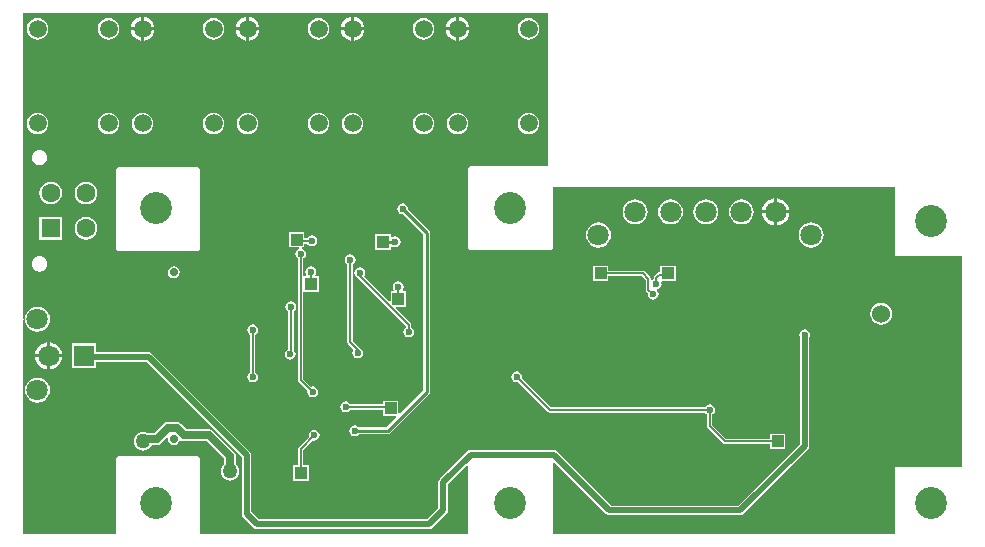
<source format=gbl>
G04*
G04 #@! TF.GenerationSoftware,Altium Limited,Altium Designer,19.1.9 (167)*
G04*
G04 Layer_Physical_Order=2*
G04 Layer_Color=16711680*
%FSLAX25Y25*%
%MOIN*%
G70*
G01*
G75*
%ADD11C,0.01968*%
%ADD13C,0.01000*%
%ADD17C,0.00606*%
%ADD57R,0.03937X0.03937*%
%ADD58C,0.02756*%
%ADD61C,0.07087*%
%ADD62R,0.07087X0.07087*%
%ADD63C,0.06299*%
%ADD64R,0.06299X0.06299*%
%ADD65C,0.06000*%
%ADD66C,0.02756*%
%ADD67C,0.10630*%
%ADD68C,0.05906*%
%ADD69C,0.05000*%
%ADD70C,0.02362*%
G36*
X176369Y124381D02*
X150961D01*
X150531Y124296D01*
X150168Y124053D01*
X149925Y123689D01*
X149839Y123260D01*
Y97276D01*
X149925Y96846D01*
X150168Y96482D01*
X150531Y96239D01*
X150961Y96154D01*
X176945D01*
X177374Y96239D01*
X177738Y96482D01*
X177981Y96846D01*
X178066Y97276D01*
Y117369D01*
X292236D01*
Y94189D01*
X314369D01*
Y23811D01*
X292189D01*
X292000Y23622D01*
Y1631D01*
X178114D01*
Y25327D01*
X178548Y25545D01*
X178596Y25551D01*
X195790Y8358D01*
X196314Y8008D01*
X196932Y7885D01*
X240500D01*
X241118Y8008D01*
X241642Y8358D01*
X263142Y29858D01*
X263492Y30382D01*
X263615Y31000D01*
Y67212D01*
X263678Y67305D01*
X263816Y68000D01*
X263678Y68695D01*
X263284Y69284D01*
X262695Y69678D01*
X262000Y69816D01*
X261305Y69678D01*
X260716Y69284D01*
X260322Y68695D01*
X260184Y68000D01*
X260322Y67305D01*
X260385Y67212D01*
Y31669D01*
X239831Y11115D01*
X197601D01*
X179498Y29219D01*
X178974Y29569D01*
X178355Y29692D01*
X150645D01*
X150026Y29569D01*
X149502Y29219D01*
X140358Y20074D01*
X140008Y19550D01*
X139885Y18932D01*
Y10169D01*
X136274Y6559D01*
X80048D01*
X77615Y8992D01*
Y27911D01*
X77492Y28529D01*
X77142Y29053D01*
X44531Y61664D01*
X44007Y62014D01*
X43389Y62137D01*
X25954D01*
Y65143D01*
X17668D01*
Y56857D01*
X25954D01*
Y58907D01*
X42720D01*
X74385Y27242D01*
Y8322D01*
X74508Y7704D01*
X74858Y7180D01*
X78237Y3801D01*
X78761Y3451D01*
X79379Y3328D01*
X136943D01*
X137562Y3451D01*
X138085Y3801D01*
X142642Y8358D01*
X142992Y8882D01*
X143115Y9500D01*
Y18263D01*
X149424Y24572D01*
X149886Y24381D01*
Y1631D01*
X60614D01*
Y26492D01*
X60528Y26921D01*
X60285Y27285D01*
X59921Y27528D01*
X59492Y27614D01*
X33508D01*
X33079Y27528D01*
X32715Y27285D01*
X32472Y26921D01*
X32386Y26492D01*
Y1631D01*
X1631D01*
Y49465D01*
X2131Y49498D01*
X2172Y49193D01*
X2263Y48501D01*
X2680Y47493D01*
X3344Y46628D01*
X4210Y45963D01*
X5218Y45546D01*
X6299Y45404D01*
X7381Y45546D01*
X8389Y45963D01*
X9254Y46628D01*
X9918Y47493D01*
X10336Y48501D01*
X10478Y49583D01*
X10336Y50664D01*
X9918Y51672D01*
X9254Y52538D01*
X8389Y53202D01*
X7381Y53619D01*
X6299Y53762D01*
X5218Y53619D01*
X4210Y53202D01*
X3344Y52538D01*
X2680Y51672D01*
X2263Y50664D01*
X2172Y49972D01*
X2131Y49667D01*
X1631Y49700D01*
Y73087D01*
X2131Y73120D01*
X2172Y72815D01*
X2263Y72123D01*
X2680Y71115D01*
X3344Y70250D01*
X4210Y69586D01*
X5218Y69168D01*
X6299Y69026D01*
X7381Y69168D01*
X8389Y69586D01*
X9254Y70250D01*
X9918Y71115D01*
X10336Y72123D01*
X10478Y73205D01*
X10336Y74286D01*
X9918Y75294D01*
X9254Y76160D01*
X8389Y76824D01*
X7381Y77241D01*
X6299Y77384D01*
X5218Y77241D01*
X4210Y76824D01*
X3344Y76160D01*
X2680Y75294D01*
X2263Y74286D01*
X2172Y73594D01*
X2131Y73289D01*
X1631Y73322D01*
X1631Y175369D01*
X176369Y175369D01*
Y124381D01*
D02*
G37*
%LPC*%
G36*
X146878Y173921D02*
Y170500D01*
X150299D01*
X150229Y171032D01*
X149831Y171993D01*
X149197Y172819D01*
X148371Y173453D01*
X147410Y173851D01*
X146878Y173921D01*
D02*
G37*
G36*
X111878D02*
Y170500D01*
X115299D01*
X115229Y171032D01*
X114831Y171993D01*
X114197Y172819D01*
X113371Y173453D01*
X112410Y173851D01*
X111878Y173921D01*
D02*
G37*
G36*
X76878D02*
Y170500D01*
X80299D01*
X80229Y171032D01*
X79831Y171993D01*
X79197Y172819D01*
X78371Y173453D01*
X77410Y173851D01*
X76878Y173921D01*
D02*
G37*
G36*
X110878D02*
X110346Y173851D01*
X109385Y173453D01*
X108559Y172819D01*
X107925Y171993D01*
X107527Y171032D01*
X107457Y170500D01*
X110878D01*
Y173921D01*
D02*
G37*
G36*
X145878D02*
X145346Y173851D01*
X144385Y173453D01*
X143559Y172819D01*
X142925Y171993D01*
X142527Y171032D01*
X142457Y170500D01*
X145878D01*
Y173921D01*
D02*
G37*
G36*
X75878D02*
X75346Y173851D01*
X74384Y173453D01*
X73559Y172819D01*
X72925Y171993D01*
X72527Y171032D01*
X72457Y170500D01*
X75878D01*
Y173921D01*
D02*
G37*
G36*
X41878D02*
Y170500D01*
X45299D01*
X45229Y171032D01*
X44831Y171993D01*
X44197Y172819D01*
X43371Y173453D01*
X42410Y173851D01*
X41878Y173921D01*
D02*
G37*
G36*
X40878D02*
X40346Y173851D01*
X39384Y173453D01*
X38559Y172819D01*
X37925Y171993D01*
X37527Y171032D01*
X37457Y170500D01*
X40878D01*
Y173921D01*
D02*
G37*
G36*
X170000Y173583D02*
X169073Y173461D01*
X168208Y173103D01*
X167466Y172534D01*
X166897Y171792D01*
X166539Y170927D01*
X166417Y170000D01*
X166539Y169073D01*
X166897Y168208D01*
X167466Y167466D01*
X168208Y166897D01*
X169073Y166539D01*
X170000Y166417D01*
X170927Y166539D01*
X171792Y166897D01*
X172534Y167466D01*
X173103Y168208D01*
X173461Y169073D01*
X173583Y170000D01*
X173461Y170927D01*
X173103Y171792D01*
X172534Y172534D01*
X171792Y173103D01*
X170927Y173461D01*
X170000Y173583D01*
D02*
G37*
G36*
X135000D02*
X134073Y173461D01*
X133208Y173103D01*
X132466Y172534D01*
X131897Y171792D01*
X131539Y170927D01*
X131417Y170000D01*
X131539Y169073D01*
X131897Y168208D01*
X132466Y167466D01*
X133208Y166897D01*
X134073Y166539D01*
X135000Y166417D01*
X135927Y166539D01*
X136792Y166897D01*
X137534Y167466D01*
X138103Y168208D01*
X138461Y169073D01*
X138583Y170000D01*
X138461Y170927D01*
X138103Y171792D01*
X137534Y172534D01*
X136792Y173103D01*
X135927Y173461D01*
X135000Y173583D01*
D02*
G37*
G36*
X100000D02*
X99073Y173461D01*
X98208Y173103D01*
X97466Y172534D01*
X96897Y171792D01*
X96539Y170927D01*
X96417Y170000D01*
X96539Y169073D01*
X96897Y168208D01*
X97466Y167466D01*
X98208Y166897D01*
X99073Y166539D01*
X100000Y166417D01*
X100927Y166539D01*
X101792Y166897D01*
X102534Y167466D01*
X103103Y168208D01*
X103461Y169073D01*
X103583Y170000D01*
X103461Y170927D01*
X103103Y171792D01*
X102534Y172534D01*
X101792Y173103D01*
X100927Y173461D01*
X100000Y173583D01*
D02*
G37*
G36*
X65000D02*
X64073Y173461D01*
X63208Y173103D01*
X62466Y172534D01*
X61897Y171792D01*
X61539Y170927D01*
X61417Y170000D01*
X61539Y169073D01*
X61897Y168208D01*
X62466Y167466D01*
X63208Y166897D01*
X64073Y166539D01*
X65000Y166417D01*
X65927Y166539D01*
X66792Y166897D01*
X67534Y167466D01*
X68103Y168208D01*
X68461Y169073D01*
X68583Y170000D01*
X68461Y170927D01*
X68103Y171792D01*
X67534Y172534D01*
X66792Y173103D01*
X65927Y173461D01*
X65000Y173583D01*
D02*
G37*
G36*
X30000D02*
X29073Y173461D01*
X28208Y173103D01*
X27466Y172534D01*
X26897Y171792D01*
X26539Y170927D01*
X26417Y170000D01*
X26539Y169073D01*
X26897Y168208D01*
X27466Y167466D01*
X28208Y166897D01*
X29073Y166539D01*
X30000Y166417D01*
X30927Y166539D01*
X31792Y166897D01*
X32534Y167466D01*
X33103Y168208D01*
X33461Y169073D01*
X33583Y170000D01*
X33461Y170927D01*
X33103Y171792D01*
X32534Y172534D01*
X31792Y173103D01*
X30927Y173461D01*
X30000Y173583D01*
D02*
G37*
G36*
X6378D02*
X5451Y173461D01*
X4586Y173103D01*
X3844Y172534D01*
X3275Y171792D01*
X2917Y170927D01*
X2795Y170000D01*
X2917Y169073D01*
X3275Y168208D01*
X3844Y167466D01*
X4586Y166897D01*
X5451Y166539D01*
X6378Y166417D01*
X7305Y166539D01*
X8170Y166897D01*
X8912Y167466D01*
X9481Y168208D01*
X9839Y169073D01*
X9961Y170000D01*
X9839Y170927D01*
X9481Y171792D01*
X8912Y172534D01*
X8170Y173103D01*
X7305Y173461D01*
X6378Y173583D01*
D02*
G37*
G36*
X150299Y169500D02*
X146878D01*
Y166079D01*
X147410Y166149D01*
X148371Y166547D01*
X149197Y167181D01*
X149831Y168007D01*
X150229Y168968D01*
X150299Y169500D01*
D02*
G37*
G36*
X115299D02*
X111878D01*
Y166079D01*
X112410Y166149D01*
X113371Y166547D01*
X114197Y167181D01*
X114831Y168007D01*
X115229Y168968D01*
X115299Y169500D01*
D02*
G37*
G36*
X80299D02*
X76878D01*
Y166079D01*
X77410Y166149D01*
X78371Y166547D01*
X79197Y167181D01*
X79831Y168007D01*
X80229Y168968D01*
X80299Y169500D01*
D02*
G37*
G36*
X45299Y169500D02*
X41878D01*
Y166079D01*
X42410Y166149D01*
X43371Y166547D01*
X44197Y167181D01*
X44831Y168007D01*
X45229Y168968D01*
X45299Y169500D01*
D02*
G37*
G36*
X40878D02*
X37457D01*
X37527Y168968D01*
X37925Y168007D01*
X38559Y167181D01*
X39384Y166547D01*
X40346Y166149D01*
X40878Y166079D01*
Y169500D01*
D02*
G37*
G36*
X145878Y169500D02*
X142457D01*
X142527Y168968D01*
X142925Y168007D01*
X143559Y167181D01*
X144385Y166547D01*
X145346Y166149D01*
X145878Y166079D01*
Y169500D01*
D02*
G37*
G36*
X110878D02*
X107457D01*
X107527Y168968D01*
X107925Y168007D01*
X108559Y167181D01*
X109385Y166547D01*
X110346Y166149D01*
X110878Y166079D01*
Y169500D01*
D02*
G37*
G36*
X75878D02*
X72457D01*
X72527Y168968D01*
X72925Y168007D01*
X73559Y167181D01*
X74384Y166547D01*
X75346Y166149D01*
X75878Y166079D01*
Y169500D01*
D02*
G37*
G36*
X170000Y142087D02*
X169073Y141965D01*
X168208Y141607D01*
X167466Y141038D01*
X166897Y140296D01*
X166539Y139431D01*
X166417Y138504D01*
X166539Y137576D01*
X166897Y136712D01*
X167466Y135970D01*
X168208Y135401D01*
X169073Y135043D01*
X170000Y134921D01*
X170927Y135043D01*
X171792Y135401D01*
X172534Y135970D01*
X173103Y136712D01*
X173461Y137576D01*
X173583Y138504D01*
X173461Y139431D01*
X173103Y140296D01*
X172534Y141038D01*
X171792Y141607D01*
X170927Y141965D01*
X170000Y142087D01*
D02*
G37*
G36*
X146378D02*
X145450Y141965D01*
X144586Y141607D01*
X143844Y141038D01*
X143275Y140296D01*
X142917Y139431D01*
X142795Y138504D01*
X142917Y137576D01*
X143275Y136712D01*
X143844Y135970D01*
X144586Y135401D01*
X145450Y135043D01*
X146378Y134921D01*
X147305Y135043D01*
X148170Y135401D01*
X148912Y135970D01*
X149481Y136712D01*
X149839Y137576D01*
X149961Y138504D01*
X149839Y139431D01*
X149481Y140296D01*
X148912Y141038D01*
X148170Y141607D01*
X147305Y141965D01*
X146378Y142087D01*
D02*
G37*
G36*
X135000D02*
X134073Y141965D01*
X133208Y141607D01*
X132466Y141038D01*
X131897Y140296D01*
X131539Y139431D01*
X131417Y138504D01*
X131539Y137576D01*
X131897Y136712D01*
X132466Y135970D01*
X133208Y135401D01*
X134073Y135043D01*
X135000Y134921D01*
X135927Y135043D01*
X136792Y135401D01*
X137534Y135970D01*
X138103Y136712D01*
X138461Y137576D01*
X138583Y138504D01*
X138461Y139431D01*
X138103Y140296D01*
X137534Y141038D01*
X136792Y141607D01*
X135927Y141965D01*
X135000Y142087D01*
D02*
G37*
G36*
X111378D02*
X110450Y141965D01*
X109586Y141607D01*
X108844Y141038D01*
X108275Y140296D01*
X107917Y139431D01*
X107794Y138504D01*
X107917Y137576D01*
X108275Y136712D01*
X108844Y135970D01*
X109586Y135401D01*
X110450Y135043D01*
X111378Y134921D01*
X112305Y135043D01*
X113170Y135401D01*
X113912Y135970D01*
X114481Y136712D01*
X114839Y137576D01*
X114961Y138504D01*
X114839Y139431D01*
X114481Y140296D01*
X113912Y141038D01*
X113170Y141607D01*
X112305Y141965D01*
X111378Y142087D01*
D02*
G37*
G36*
X100000D02*
X99073Y141965D01*
X98208Y141607D01*
X97466Y141038D01*
X96897Y140296D01*
X96539Y139431D01*
X96417Y138504D01*
X96539Y137576D01*
X96897Y136712D01*
X97466Y135970D01*
X98208Y135401D01*
X99073Y135043D01*
X100000Y134921D01*
X100927Y135043D01*
X101792Y135401D01*
X102534Y135970D01*
X103103Y136712D01*
X103461Y137576D01*
X103583Y138504D01*
X103461Y139431D01*
X103103Y140296D01*
X102534Y141038D01*
X101792Y141607D01*
X100927Y141965D01*
X100000Y142087D01*
D02*
G37*
G36*
X76378D02*
X75450Y141965D01*
X74586Y141607D01*
X73844Y141038D01*
X73275Y140296D01*
X72917Y139431D01*
X72795Y138504D01*
X72917Y137576D01*
X73275Y136712D01*
X73844Y135970D01*
X74586Y135401D01*
X75450Y135043D01*
X76378Y134921D01*
X77305Y135043D01*
X78170Y135401D01*
X78912Y135970D01*
X79481Y136712D01*
X79839Y137576D01*
X79961Y138504D01*
X79839Y139431D01*
X79481Y140296D01*
X78912Y141038D01*
X78170Y141607D01*
X77305Y141965D01*
X76378Y142087D01*
D02*
G37*
G36*
X65000D02*
X64073Y141965D01*
X63208Y141607D01*
X62466Y141038D01*
X61897Y140296D01*
X61539Y139431D01*
X61417Y138504D01*
X61539Y137576D01*
X61897Y136712D01*
X62466Y135970D01*
X63208Y135401D01*
X64073Y135043D01*
X65000Y134921D01*
X65927Y135043D01*
X66792Y135401D01*
X67534Y135970D01*
X68103Y136712D01*
X68461Y137576D01*
X68583Y138504D01*
X68461Y139431D01*
X68103Y140296D01*
X67534Y141038D01*
X66792Y141607D01*
X65927Y141965D01*
X65000Y142087D01*
D02*
G37*
G36*
X41378D02*
X40451Y141965D01*
X39586Y141607D01*
X38844Y141038D01*
X38275Y140296D01*
X37917Y139431D01*
X37795Y138504D01*
X37917Y137576D01*
X38275Y136712D01*
X38844Y135970D01*
X39586Y135401D01*
X40451Y135043D01*
X41378Y134921D01*
X42305Y135043D01*
X43170Y135401D01*
X43912Y135970D01*
X44481Y136712D01*
X44839Y137576D01*
X44961Y138504D01*
X44839Y139431D01*
X44481Y140296D01*
X43912Y141038D01*
X43170Y141607D01*
X42305Y141965D01*
X41378Y142087D01*
D02*
G37*
G36*
X30000D02*
X29073Y141965D01*
X28208Y141607D01*
X27466Y141038D01*
X26897Y140296D01*
X26539Y139431D01*
X26417Y138504D01*
X26539Y137576D01*
X26897Y136712D01*
X27466Y135970D01*
X28208Y135401D01*
X29073Y135043D01*
X30000Y134921D01*
X30927Y135043D01*
X31792Y135401D01*
X32534Y135970D01*
X33103Y136712D01*
X33461Y137576D01*
X33583Y138504D01*
X33461Y139431D01*
X33103Y140296D01*
X32534Y141038D01*
X31792Y141607D01*
X30927Y141965D01*
X30000Y142087D01*
D02*
G37*
G36*
X6378D02*
X5451Y141965D01*
X4586Y141607D01*
X3844Y141038D01*
X3275Y140296D01*
X2917Y139431D01*
X2795Y138504D01*
X2917Y137576D01*
X3275Y136712D01*
X3844Y135970D01*
X4586Y135401D01*
X5451Y135043D01*
X6378Y134921D01*
X7305Y135043D01*
X8170Y135401D01*
X8912Y135970D01*
X9481Y136712D01*
X9839Y137576D01*
X9961Y138504D01*
X9839Y139431D01*
X9481Y140296D01*
X8912Y141038D01*
X8170Y141607D01*
X7305Y141965D01*
X6378Y142087D01*
D02*
G37*
G36*
X6988Y129752D02*
X6307Y129663D01*
X5673Y129400D01*
X5128Y128982D01*
X4710Y128437D01*
X4448Y127803D01*
X4358Y127122D01*
X4448Y126441D01*
X4710Y125807D01*
X5128Y125262D01*
X5673Y124844D01*
X6307Y124581D01*
X6988Y124492D01*
X7669Y124581D01*
X8303Y124844D01*
X8848Y125262D01*
X9266Y125807D01*
X9529Y126441D01*
X9619Y127122D01*
X9529Y127803D01*
X9266Y128437D01*
X8848Y128982D01*
X8303Y129400D01*
X7669Y129663D01*
X6988Y129752D01*
D02*
G37*
G36*
X22500Y119093D02*
X21521Y118964D01*
X20609Y118586D01*
X19826Y117985D01*
X19225Y117202D01*
X18847Y116290D01*
X18718Y115311D01*
X18847Y114332D01*
X19225Y113420D01*
X19826Y112637D01*
X20609Y112036D01*
X21521Y111658D01*
X22500Y111529D01*
X23479Y111658D01*
X24391Y112036D01*
X25174Y112637D01*
X25775Y113420D01*
X26153Y114332D01*
X26282Y115311D01*
X26153Y116290D01*
X25775Y117202D01*
X25174Y117985D01*
X24391Y118586D01*
X23479Y118964D01*
X22500Y119093D01*
D02*
G37*
G36*
X10689D02*
X9710Y118964D01*
X8798Y118586D01*
X8015Y117985D01*
X7414Y117202D01*
X7036Y116290D01*
X6907Y115311D01*
X7036Y114332D01*
X7414Y113420D01*
X8015Y112637D01*
X8798Y112036D01*
X9710Y111658D01*
X10689Y111529D01*
X11668Y111658D01*
X12580Y112036D01*
X13363Y112637D01*
X13964Y113420D01*
X14342Y114332D01*
X14471Y115311D01*
X14342Y116290D01*
X13964Y117202D01*
X13363Y117985D01*
X12580Y118586D01*
X11668Y118964D01*
X10689Y119093D01*
D02*
G37*
G36*
X252850Y113517D02*
Y109500D01*
X256867D01*
X256777Y110186D01*
X256319Y111291D01*
X255591Y112240D01*
X254642Y112969D01*
X253536Y113426D01*
X252850Y113517D01*
D02*
G37*
G36*
X251850Y113517D02*
X251164Y113426D01*
X250059Y112969D01*
X249110Y112240D01*
X248382Y111291D01*
X247924Y110186D01*
X247834Y109500D01*
X251850D01*
Y113517D01*
D02*
G37*
G36*
X240933Y113179D02*
X239851Y113037D01*
X238843Y112619D01*
X237978Y111955D01*
X237314Y111090D01*
X236896Y110082D01*
X236754Y109000D01*
X236896Y107918D01*
X237314Y106911D01*
X237978Y106045D01*
X238843Y105381D01*
X239851Y104963D01*
X240933Y104821D01*
X242015Y104963D01*
X243023Y105381D01*
X243888Y106045D01*
X244552Y106911D01*
X244970Y107918D01*
X245112Y109000D01*
X244970Y110082D01*
X244552Y111090D01*
X243888Y111955D01*
X243023Y112619D01*
X242015Y113037D01*
X240933Y113179D01*
D02*
G37*
G36*
X229122D02*
X228040Y113037D01*
X227032Y112619D01*
X226167Y111955D01*
X225503Y111090D01*
X225085Y110082D01*
X224943Y109000D01*
X225085Y107918D01*
X225503Y106911D01*
X226167Y106045D01*
X227032Y105381D01*
X228040Y104963D01*
X229122Y104821D01*
X230204Y104963D01*
X231212Y105381D01*
X232077Y106045D01*
X232741Y106911D01*
X233159Y107918D01*
X233301Y109000D01*
X233159Y110082D01*
X232741Y111090D01*
X232077Y111955D01*
X231212Y112619D01*
X230204Y113037D01*
X229122Y113179D01*
D02*
G37*
G36*
X217311D02*
X216229Y113037D01*
X215222Y112619D01*
X214356Y111955D01*
X213692Y111090D01*
X213274Y110082D01*
X213132Y109000D01*
X213274Y107918D01*
X213692Y106911D01*
X214356Y106045D01*
X215222Y105381D01*
X216229Y104963D01*
X217311Y104821D01*
X218393Y104963D01*
X219401Y105381D01*
X220266Y106045D01*
X220930Y106911D01*
X221348Y107918D01*
X221490Y109000D01*
X221348Y110082D01*
X220930Y111090D01*
X220266Y111955D01*
X219401Y112619D01*
X218393Y113037D01*
X217311Y113179D01*
D02*
G37*
G36*
X205500D02*
X204418Y113037D01*
X203411Y112619D01*
X202545Y111955D01*
X201881Y111090D01*
X201463Y110082D01*
X201321Y109000D01*
X201463Y107918D01*
X201881Y106911D01*
X202545Y106045D01*
X203411Y105381D01*
X204418Y104963D01*
X205500Y104821D01*
X206582Y104963D01*
X207590Y105381D01*
X208455Y106045D01*
X209119Y106911D01*
X209537Y107918D01*
X209679Y109000D01*
X209537Y110082D01*
X209119Y111090D01*
X208455Y111955D01*
X207590Y112619D01*
X206582Y113037D01*
X205500Y113179D01*
D02*
G37*
G36*
X256867Y108500D02*
X252850D01*
Y104483D01*
X253536Y104574D01*
X254642Y105031D01*
X255591Y105760D01*
X256319Y106709D01*
X256777Y107814D01*
X256867Y108500D01*
D02*
G37*
G36*
X251850D02*
X247834D01*
X247924Y107814D01*
X248382Y106709D01*
X249110Y105760D01*
X250059Y105031D01*
X251164Y104574D01*
X251850Y104483D01*
Y108500D01*
D02*
G37*
G36*
X14439Y107250D02*
X6939D01*
Y99750D01*
X14439D01*
Y107250D01*
D02*
G37*
G36*
X22500Y107282D02*
X21521Y107153D01*
X20609Y106775D01*
X19826Y106174D01*
X19225Y105391D01*
X18847Y104479D01*
X18718Y103500D01*
X18847Y102521D01*
X19225Y101609D01*
X19826Y100826D01*
X20609Y100225D01*
X21521Y99847D01*
X22500Y99718D01*
X23479Y99847D01*
X24391Y100225D01*
X25174Y100826D01*
X25775Y101609D01*
X26153Y102521D01*
X26282Y103500D01*
X26153Y104479D01*
X25775Y105391D01*
X25174Y106174D01*
X24391Y106775D01*
X23479Y107153D01*
X22500Y107282D01*
D02*
G37*
G36*
X95299Y102338D02*
X90162D01*
Y97201D01*
X93372D01*
X93422Y96701D01*
X93305Y96678D01*
X92716Y96284D01*
X92322Y95695D01*
X92184Y95000D01*
X92322Y94305D01*
X92716Y93716D01*
X93079Y93473D01*
Y53000D01*
X93149Y52648D01*
X93349Y52349D01*
X96269Y49428D01*
X96184Y49000D01*
X96322Y48305D01*
X96716Y47716D01*
X97305Y47322D01*
X98000Y47184D01*
X98695Y47322D01*
X99284Y47716D01*
X99678Y48305D01*
X99816Y49000D01*
X99678Y49695D01*
X99284Y50284D01*
X98695Y50678D01*
X98000Y50816D01*
X97571Y50731D01*
X94921Y53381D01*
Y82432D01*
X100002D01*
Y87568D01*
X99220D01*
X98953Y88068D01*
X99111Y88305D01*
X99249Y89000D01*
X99111Y89695D01*
X98717Y90284D01*
X98128Y90678D01*
X97433Y90816D01*
X96738Y90678D01*
X96149Y90284D01*
X95756Y89695D01*
X95617Y89000D01*
X95756Y88305D01*
X95914Y88068D01*
X95646Y87568D01*
X94921D01*
Y93473D01*
X95284Y93716D01*
X95678Y94305D01*
X95816Y95000D01*
X95678Y95695D01*
X95284Y96284D01*
X94695Y96678D01*
X94578Y96701D01*
X94628Y97201D01*
X95299D01*
Y98387D01*
X96208D01*
X96451Y98024D01*
X97040Y97631D01*
X97735Y97492D01*
X98430Y97631D01*
X99019Y98024D01*
X99413Y98613D01*
X99551Y99308D01*
X99413Y100003D01*
X99019Y100592D01*
X98430Y100986D01*
X97735Y101124D01*
X97040Y100986D01*
X96451Y100592D01*
X96208Y100229D01*
X95299D01*
Y102338D01*
D02*
G37*
G36*
X124068Y101568D02*
X118931D01*
Y96431D01*
X124068D01*
Y97213D01*
X124568Y97480D01*
X124805Y97322D01*
X125500Y97184D01*
X126195Y97322D01*
X126784Y97716D01*
X127178Y98305D01*
X127316Y99000D01*
X127178Y99695D01*
X126784Y100284D01*
X126195Y100678D01*
X125500Y100816D01*
X124805Y100678D01*
X124568Y100520D01*
X124068Y100787D01*
Y101568D01*
D02*
G37*
G36*
X264161Y105463D02*
X263080Y105320D01*
X262072Y104903D01*
X261206Y104238D01*
X260542Y103373D01*
X260125Y102365D01*
X259982Y101284D01*
X260125Y100202D01*
X260542Y99194D01*
X261206Y98328D01*
X262072Y97664D01*
X263080Y97247D01*
X264161Y97104D01*
X265243Y97247D01*
X266251Y97664D01*
X267116Y98328D01*
X267781Y99194D01*
X268198Y100202D01*
X268340Y101284D01*
X268198Y102365D01*
X267781Y103373D01*
X267116Y104238D01*
X266251Y104903D01*
X265243Y105320D01*
X264161Y105463D01*
D02*
G37*
G36*
X193295D02*
X192214Y105320D01*
X191206Y104903D01*
X190340Y104238D01*
X189676Y103373D01*
X189259Y102365D01*
X189116Y101284D01*
X189259Y100202D01*
X189676Y99194D01*
X190340Y98328D01*
X191206Y97664D01*
X192214Y97247D01*
X193295Y97104D01*
X194377Y97247D01*
X195385Y97664D01*
X196250Y98328D01*
X196914Y99194D01*
X197332Y100202D01*
X197474Y101284D01*
X197332Y102365D01*
X196914Y103373D01*
X196250Y104238D01*
X195385Y104903D01*
X194377Y105320D01*
X193295Y105463D01*
D02*
G37*
G36*
X59492Y124114D02*
X33508D01*
X33079Y124028D01*
X32715Y123785D01*
X32472Y123421D01*
X32386Y122992D01*
Y97008D01*
X32472Y96579D01*
X32715Y96215D01*
X33079Y95972D01*
X33508Y95886D01*
X59492D01*
X59921Y95972D01*
X60285Y96215D01*
X60528Y96579D01*
X60614Y97008D01*
Y122992D01*
X60528Y123421D01*
X60285Y123785D01*
X59921Y124028D01*
X59492Y124114D01*
D02*
G37*
G36*
X6988Y94319D02*
X6307Y94230D01*
X5673Y93967D01*
X5128Y93549D01*
X4710Y93004D01*
X4447Y92370D01*
X4358Y91689D01*
X4447Y91008D01*
X4710Y90374D01*
X5128Y89829D01*
X5673Y89411D01*
X6307Y89148D01*
X6988Y89059D01*
X7669Y89148D01*
X8303Y89411D01*
X8848Y89829D01*
X9266Y90374D01*
X9529Y91008D01*
X9619Y91689D01*
X9529Y92370D01*
X9266Y93004D01*
X8848Y93549D01*
X8303Y93967D01*
X7669Y94230D01*
X6988Y94319D01*
D02*
G37*
G36*
X51748Y90828D02*
X50976Y90674D01*
X50322Y90237D01*
X49885Y89583D01*
X49731Y88811D01*
X49885Y88039D01*
X50322Y87385D01*
X50976Y86948D01*
X51748Y86794D01*
X52520Y86948D01*
X53174Y87385D01*
X53611Y88039D01*
X53765Y88811D01*
X53611Y89583D01*
X53174Y90237D01*
X52520Y90674D01*
X51748Y90828D01*
D02*
G37*
G36*
X219069Y91069D02*
X213931D01*
Y88921D01*
X213500D01*
X213148Y88851D01*
X212849Y88651D01*
X211939Y87742D01*
X211740Y87443D01*
X211670Y87090D01*
Y86686D01*
X211284Y86422D01*
X210837Y86611D01*
Y86734D01*
X210767Y87086D01*
X210567Y87385D01*
X208801Y89151D01*
X208502Y89351D01*
X208150Y89421D01*
X196569D01*
Y91069D01*
X191431D01*
Y85931D01*
X196569D01*
Y87579D01*
X207768D01*
X208995Y86352D01*
Y83084D01*
X209065Y82732D01*
X209265Y82433D01*
X209769Y81928D01*
X209684Y81500D01*
X209822Y80805D01*
X210216Y80216D01*
X210805Y79822D01*
X211500Y79684D01*
X212195Y79822D01*
X212784Y80216D01*
X213178Y80805D01*
X213316Y81500D01*
X213178Y82195D01*
X212816Y82737D01*
X212856Y82996D01*
X212951Y83274D01*
X213195Y83322D01*
X213784Y83716D01*
X214178Y84305D01*
X214316Y85000D01*
X214230Y85431D01*
X214575Y85931D01*
X219069D01*
Y91069D01*
D02*
G37*
G36*
X287500Y78631D02*
X286560Y78507D01*
X285684Y78145D01*
X284932Y77568D01*
X284355Y76815D01*
X283993Y75940D01*
X283869Y75000D01*
X283993Y74060D01*
X284355Y73185D01*
X284932Y72432D01*
X285684Y71855D01*
X286560Y71493D01*
X287500Y71369D01*
X288440Y71493D01*
X289316Y71855D01*
X290068Y72432D01*
X290645Y73185D01*
X291007Y74060D01*
X291131Y75000D01*
X291007Y75940D01*
X290645Y76815D01*
X290068Y77568D01*
X289316Y78145D01*
X288440Y78507D01*
X287500Y78631D01*
D02*
G37*
G36*
X113750Y90566D02*
X113055Y90428D01*
X112466Y90034D01*
X112072Y89445D01*
X111934Y88750D01*
X112072Y88055D01*
X112466Y87466D01*
X112989Y87117D01*
X113099Y86952D01*
X129057Y70994D01*
X129028Y70493D01*
X128716Y70284D01*
X128322Y69695D01*
X128184Y69000D01*
X128322Y68305D01*
X128716Y67716D01*
X129305Y67322D01*
X130000Y67184D01*
X130695Y67322D01*
X131284Y67716D01*
X131678Y68305D01*
X131816Y69000D01*
X131678Y69695D01*
X131284Y70284D01*
X130921Y70527D01*
Y71353D01*
X130851Y71705D01*
X130651Y72004D01*
X125686Y76970D01*
X125877Y77431D01*
X129136D01*
Y82569D01*
X128354D01*
X128087Y83069D01*
X128245Y83305D01*
X128383Y84000D01*
X128245Y84695D01*
X127851Y85284D01*
X127262Y85678D01*
X126567Y85816D01*
X125872Y85678D01*
X125283Y85284D01*
X124890Y84695D01*
X124751Y84000D01*
X124890Y83305D01*
X125048Y83069D01*
X124780Y82569D01*
X123999D01*
Y79310D01*
X123537Y79118D01*
X115096Y87559D01*
X115428Y88055D01*
X115566Y88750D01*
X115428Y89445D01*
X115034Y90034D01*
X114445Y90428D01*
X113750Y90566D01*
D02*
G37*
G36*
X10500Y65517D02*
Y61500D01*
X14517D01*
X14426Y62186D01*
X13969Y63291D01*
X13240Y64240D01*
X12291Y64969D01*
X11186Y65426D01*
X10500Y65517D01*
D02*
G37*
G36*
X9500D02*
X8814Y65426D01*
X7709Y64969D01*
X6760Y64240D01*
X6031Y63291D01*
X5574Y62186D01*
X5483Y61500D01*
X9500D01*
Y65517D01*
D02*
G37*
G36*
X110500Y94816D02*
X109805Y94678D01*
X109216Y94284D01*
X108822Y93695D01*
X108684Y93000D01*
X108822Y92305D01*
X109216Y91716D01*
X109579Y91473D01*
Y65500D01*
X109649Y65148D01*
X109849Y64849D01*
X111595Y63103D01*
X111322Y62695D01*
X111184Y62000D01*
X111322Y61305D01*
X111716Y60716D01*
X112305Y60322D01*
X113000Y60184D01*
X113695Y60322D01*
X114284Y60716D01*
X114678Y61305D01*
X114816Y62000D01*
X114678Y62695D01*
X114284Y63284D01*
X113695Y63678D01*
X113607Y63695D01*
X111421Y65881D01*
Y91473D01*
X111784Y91716D01*
X112178Y92305D01*
X112316Y93000D01*
X112178Y93695D01*
X111784Y94284D01*
X111195Y94678D01*
X110500Y94816D01*
D02*
G37*
G36*
X90745Y79161D02*
X90050Y79023D01*
X89461Y78629D01*
X89067Y78040D01*
X88929Y77345D01*
X89067Y76650D01*
X89461Y76061D01*
X89824Y75818D01*
Y63182D01*
X89805Y63178D01*
X89216Y62784D01*
X88822Y62195D01*
X88684Y61500D01*
X88822Y60805D01*
X89216Y60216D01*
X89805Y59822D01*
X90500Y59684D01*
X91195Y59822D01*
X91784Y60216D01*
X92178Y60805D01*
X92316Y61500D01*
X92178Y62195D01*
X91784Y62784D01*
X91666Y62863D01*
Y75818D01*
X92029Y76061D01*
X92423Y76650D01*
X92561Y77345D01*
X92423Y78040D01*
X92029Y78629D01*
X91440Y79023D01*
X90745Y79161D01*
D02*
G37*
G36*
X14517Y60500D02*
X10500D01*
Y56483D01*
X11186Y56574D01*
X12291Y57031D01*
X13240Y57760D01*
X13969Y58709D01*
X14426Y59814D01*
X14517Y60500D01*
D02*
G37*
G36*
X9500D02*
X5483D01*
X5574Y59814D01*
X6031Y58709D01*
X6760Y57760D01*
X7709Y57031D01*
X8814Y56574D01*
X9500Y56483D01*
Y60500D01*
D02*
G37*
G36*
X78000Y71454D02*
X77305Y71316D01*
X76716Y70922D01*
X76322Y70333D01*
X76184Y69638D01*
X76322Y68944D01*
X76716Y68354D01*
X77079Y68112D01*
Y55527D01*
X76716Y55284D01*
X76322Y54695D01*
X76184Y54000D01*
X76322Y53305D01*
X76716Y52716D01*
X77305Y52322D01*
X78000Y52184D01*
X78695Y52322D01*
X79284Y52716D01*
X79678Y53305D01*
X79816Y54000D01*
X79678Y54695D01*
X79284Y55284D01*
X78921Y55527D01*
Y68112D01*
X79284Y68354D01*
X79678Y68944D01*
X79816Y69638D01*
X79678Y70333D01*
X79284Y70922D01*
X78695Y71316D01*
X78000Y71454D01*
D02*
G37*
G36*
X128000Y111816D02*
X127305Y111678D01*
X126716Y111284D01*
X126322Y110695D01*
X126184Y110000D01*
X126322Y109305D01*
X126716Y108716D01*
X127305Y108322D01*
X128000Y108184D01*
X128192Y108222D01*
X134878Y101535D01*
Y49465D01*
X127030Y41617D01*
X126568Y41808D01*
Y46069D01*
X121432D01*
Y44921D01*
X110527D01*
X110284Y45284D01*
X109695Y45678D01*
X109000Y45816D01*
X108305Y45678D01*
X107716Y45284D01*
X107322Y44695D01*
X107184Y44000D01*
X107322Y43305D01*
X107716Y42716D01*
X108305Y42322D01*
X109000Y42184D01*
X109695Y42322D01*
X110284Y42716D01*
X110527Y43079D01*
X121432D01*
Y40931D01*
X125692D01*
X125883Y40470D01*
X122535Y37122D01*
X113393D01*
X113284Y37284D01*
X112695Y37678D01*
X112000Y37816D01*
X111305Y37678D01*
X110716Y37284D01*
X110322Y36695D01*
X110184Y36000D01*
X110322Y35305D01*
X110716Y34716D01*
X111305Y34322D01*
X112000Y34184D01*
X112695Y34322D01*
X113284Y34716D01*
X113393Y34878D01*
X123000D01*
X123000Y34878D01*
X123429Y34964D01*
X123793Y35207D01*
X136793Y48207D01*
X136793Y48207D01*
X137036Y48571D01*
X137122Y49000D01*
X137122Y49000D01*
Y102000D01*
X137122Y102000D01*
X137036Y102429D01*
X136793Y102793D01*
X136793Y102793D01*
X129778Y109808D01*
X129816Y110000D01*
X129678Y110695D01*
X129284Y111284D01*
X128695Y111678D01*
X128000Y111816D01*
D02*
G37*
G36*
X52793Y39017D02*
X49740D01*
X48968Y38863D01*
X48314Y38426D01*
X45165Y35277D01*
X42897D01*
X42309Y35520D01*
X41500Y35627D01*
X40691Y35520D01*
X39937Y35208D01*
X39289Y34711D01*
X38792Y34063D01*
X38480Y33309D01*
X38373Y32500D01*
X38480Y31691D01*
X38792Y30937D01*
X39289Y30289D01*
X39937Y29792D01*
X40691Y29480D01*
X41500Y29373D01*
X42309Y29480D01*
X43063Y29792D01*
X43711Y30289D01*
X44208Y30937D01*
X44335Y31243D01*
X46000D01*
X46772Y31397D01*
X47426Y31834D01*
X49303Y33711D01*
X49764Y33465D01*
X49731Y33299D01*
X49885Y32527D01*
X50322Y31873D01*
X50976Y31436D01*
X51748Y31282D01*
X52520Y31436D01*
X53174Y31873D01*
X53611Y32527D01*
X53632Y32630D01*
X54187Y32860D01*
X54521Y32637D01*
X55293Y32483D01*
X62665D01*
X68483Y26665D01*
Y24860D01*
X68289Y24711D01*
X67792Y24063D01*
X67480Y23309D01*
X67373Y22500D01*
X67480Y21691D01*
X67792Y20937D01*
X68289Y20289D01*
X68937Y19792D01*
X69691Y19480D01*
X70500Y19373D01*
X71309Y19480D01*
X72063Y19792D01*
X72711Y20289D01*
X73208Y20937D01*
X73520Y21691D01*
X73627Y22500D01*
X73520Y23309D01*
X73208Y24063D01*
X72711Y24711D01*
X72517Y24860D01*
Y27500D01*
X72363Y28272D01*
X71926Y28926D01*
X64926Y35926D01*
X64272Y36363D01*
X63500Y36517D01*
X56129D01*
X54219Y38426D01*
X53565Y38863D01*
X52793Y39017D01*
D02*
G37*
G36*
X98500Y36316D02*
X97805Y36178D01*
X97216Y35784D01*
X96822Y35195D01*
X96684Y34500D01*
X96769Y34071D01*
X93349Y30651D01*
X93149Y30352D01*
X93079Y30000D01*
Y24568D01*
X91530D01*
Y19432D01*
X96667D01*
Y24568D01*
X94921D01*
Y29619D01*
X98071Y32769D01*
X98500Y32684D01*
X99195Y32822D01*
X99784Y33216D01*
X100178Y33805D01*
X100316Y34500D01*
X100178Y35195D01*
X99784Y35784D01*
X99195Y36178D01*
X98500Y36316D01*
D02*
G37*
G36*
X166000Y55816D02*
X165305Y55678D01*
X164716Y55284D01*
X164322Y54695D01*
X164184Y54000D01*
X164322Y53305D01*
X164716Y52716D01*
X165305Y52322D01*
X166000Y52184D01*
X166428Y52269D01*
X176349Y42349D01*
X176648Y42149D01*
X177000Y42079D01*
X228816D01*
X229058Y41716D01*
X229422Y41473D01*
Y37657D01*
X229492Y37305D01*
X229691Y37006D01*
X234849Y31849D01*
X235148Y31649D01*
X235500Y31579D01*
X250431D01*
Y29932D01*
X255569D01*
Y35069D01*
X250431D01*
Y33421D01*
X235881D01*
X231263Y38039D01*
Y41473D01*
X231627Y41716D01*
X232020Y42305D01*
X232158Y43000D01*
X232020Y43695D01*
X231627Y44284D01*
X231037Y44678D01*
X230343Y44816D01*
X229648Y44678D01*
X229058Y44284D01*
X228816Y43921D01*
X177381D01*
X167731Y53571D01*
X167816Y54000D01*
X167678Y54695D01*
X167284Y55284D01*
X166695Y55678D01*
X166000Y55816D01*
D02*
G37*
%LPD*%
D11*
X76000Y8322D02*
Y27911D01*
Y8322D02*
X79379Y4943D01*
X43389Y60522D02*
X76000Y27911D01*
X79379Y4943D02*
X136943D01*
X21790Y60522D02*
X43389D01*
X178355Y28076D02*
X196932Y9500D01*
X240500D01*
X262000Y31000D01*
X141500Y9500D02*
Y18932D01*
X136943Y4943D02*
X141500Y9500D01*
Y18932D02*
X150645Y28076D01*
X178355D01*
X262000Y31000D02*
Y68000D01*
D13*
X136000Y49000D02*
Y102000D01*
X123000Y36000D02*
X136000Y49000D01*
X112000Y36000D02*
X123000D01*
X128000Y110000D02*
X136000Y102000D01*
X121500Y99000D02*
X125500D01*
D17*
X94000Y22886D02*
X94886Y22000D01*
X94000Y30000D02*
X98500Y34500D01*
X94000Y22886D02*
Y30000D01*
X110500Y65500D02*
Y93000D01*
Y65500D02*
X113000Y63000D01*
X90745Y61745D02*
Y77345D01*
X90500Y61500D02*
X90745Y61745D01*
X78000Y54000D02*
Y69638D01*
X113000Y62000D02*
Y63000D01*
X94000Y53000D02*
Y95000D01*
Y53000D02*
X98000Y49000D01*
X130000Y69000D02*
Y71353D01*
X113750Y87603D02*
X130000Y71353D01*
X126567Y80000D02*
Y84000D01*
X113750Y87603D02*
Y88750D01*
X235500Y32500D02*
X251000D01*
X230343Y37657D02*
X235500Y32500D01*
X230343Y37657D02*
Y43000D01*
X194000Y88500D02*
X208150D01*
X109000Y44000D02*
X123500D01*
X124000Y43500D01*
X97433Y85000D02*
Y89000D01*
X92731Y99769D02*
X93192Y99308D01*
X97735D01*
X213500Y88000D02*
X216000D01*
X216500Y88500D01*
X212591Y87090D02*
X213500Y88000D01*
X212591Y85091D02*
Y87090D01*
X212500Y85000D02*
X212591Y85091D01*
X209916Y83084D02*
X211500Y81500D01*
X209916Y83084D02*
Y86734D01*
X208150Y88500D02*
X209916Y86734D01*
X177000Y43000D02*
X230343D01*
X166000Y54000D02*
X177000Y43000D01*
D57*
X94098Y22000D02*
D03*
X253000Y32500D02*
D03*
X194000Y88500D02*
D03*
X216500D02*
D03*
X124000Y43500D02*
D03*
X126567Y80000D02*
D03*
X97433Y85000D02*
D03*
X92731Y99769D02*
D03*
X121500Y99000D02*
D03*
D58*
X41260Y33260D02*
X46000D01*
X52793Y37000D02*
X55293Y34500D01*
X49740Y37000D02*
X52793D01*
X46000Y33260D02*
X49740Y37000D01*
X63500Y34500D02*
X70500Y27500D01*
X55293Y34500D02*
X63500D01*
X70500Y22500D02*
Y27500D01*
D61*
X6299Y73205D02*
D03*
Y49583D02*
D03*
X10000Y61000D02*
D03*
X264161Y101284D02*
D03*
X193295D02*
D03*
X252350Y109000D02*
D03*
X240933D02*
D03*
X229122D02*
D03*
X217311D02*
D03*
X205500D02*
D03*
D62*
X21811Y61000D02*
D03*
D63*
X22500Y103500D02*
D03*
Y115311D02*
D03*
X10689D02*
D03*
D64*
Y103500D02*
D03*
D65*
X287500Y75000D02*
D03*
D66*
X51748Y88811D02*
D03*
Y33299D02*
D03*
D67*
X304000Y12000D02*
D03*
Y106000D02*
D03*
X45842Y110268D02*
D03*
X163953D02*
D03*
Y11842D02*
D03*
X45842D02*
D03*
D68*
X170000Y138504D02*
D03*
X146378D02*
D03*
Y170000D02*
D03*
X170000D02*
D03*
X135000Y138504D02*
D03*
X111378D02*
D03*
Y170000D02*
D03*
X135000D02*
D03*
X100000Y138504D02*
D03*
X76378D02*
D03*
Y170000D02*
D03*
X100000D02*
D03*
X65000Y138504D02*
D03*
X41378D02*
D03*
Y170000D02*
D03*
X65000D02*
D03*
X30000Y138504D02*
D03*
X6378D02*
D03*
Y170000D02*
D03*
X30000D02*
D03*
D69*
X70500Y22500D02*
D03*
X41500Y32500D02*
D03*
X85500Y21500D02*
D03*
X181260Y81447D02*
D03*
X181000Y93000D02*
D03*
X78000Y93500D02*
D03*
X82000Y116500D02*
D03*
X92500Y128500D02*
D03*
X141500Y150500D02*
D03*
X134427Y125495D02*
D03*
X71000Y153500D02*
D03*
D70*
X57000Y39500D02*
D03*
X97735Y99308D02*
D03*
X98000Y69000D02*
D03*
X125500Y99000D02*
D03*
X78000Y69638D02*
D03*
X126567Y84000D02*
D03*
X90745Y77345D02*
D03*
X110500Y93000D02*
D03*
X113750Y88750D02*
D03*
X97433Y89000D02*
D03*
X98000Y49000D02*
D03*
X112000Y36000D02*
D03*
X98500Y34500D02*
D03*
X95000Y14000D02*
D03*
X90500Y61500D02*
D03*
X78000Y54000D02*
D03*
X113000Y62000D02*
D03*
X57000Y43000D02*
D03*
X108500Y106500D02*
D03*
X250000Y97465D02*
D03*
X249062Y68562D02*
D03*
X145500Y49500D02*
D03*
X12709Y16087D02*
D03*
X130000Y69000D02*
D03*
X128000Y110000D02*
D03*
X217000Y34000D02*
D03*
X236000Y43000D02*
D03*
X256000Y68000D02*
D03*
X109000Y44000D02*
D03*
X212500Y85000D02*
D03*
X211500Y81500D02*
D03*
X203000Y77150D02*
D03*
X94000Y95000D02*
D03*
X262000Y68000D02*
D03*
X230343Y43000D02*
D03*
X166000Y54000D02*
D03*
X38000Y75000D02*
D03*
X10000Y9000D02*
D03*
X71000Y79000D02*
D03*
Y85000D02*
D03*
X209000Y55000D02*
D03*
X225000Y82000D02*
D03*
M02*

</source>
